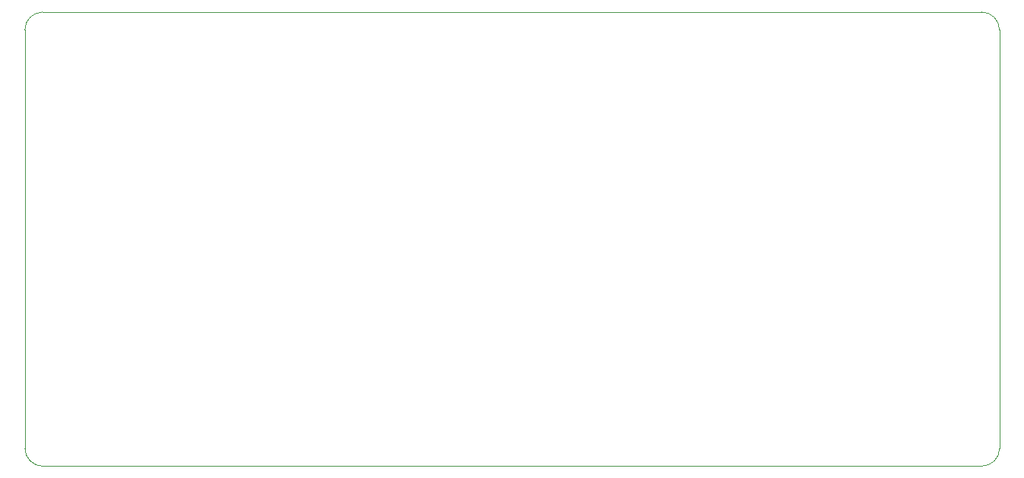
<source format=gbr>
%TF.GenerationSoftware,KiCad,Pcbnew,(6.0.11)*%
%TF.CreationDate,2024-01-03T20:32:58+00:00*%
%TF.ProjectId,LeWiFiModemCase,4c655769-4669-44d6-9f64-656d43617365,rev?*%
%TF.SameCoordinates,Original*%
%TF.FileFunction,Profile,NP*%
%FSLAX46Y46*%
G04 Gerber Fmt 4.6, Leading zero omitted, Abs format (unit mm)*
G04 Created by KiCad (PCBNEW (6.0.11)) date 2024-01-03 20:32:58*
%MOMM*%
%LPD*%
G01*
G04 APERTURE LIST*
%TA.AperFunction,Profile*%
%ADD10C,0.100000*%
%TD*%
G04 APERTURE END LIST*
D10*
X95887500Y-109195000D02*
G75*
G03*
X97887500Y-111195000I2000000J0D01*
G01*
X97877500Y-60515000D02*
G75*
G03*
X95877500Y-62515000I0J-2000000D01*
G01*
X204507500Y-62515000D02*
X204517500Y-109195000D01*
X95887500Y-109195000D02*
X95877500Y-62515000D01*
X202517500Y-111195000D02*
G75*
G03*
X204517500Y-109195000I0J2000000D01*
G01*
X97877500Y-60515000D02*
X202507500Y-60515000D01*
X202517500Y-111195000D02*
X97887500Y-111195000D01*
X204507500Y-62515000D02*
G75*
G03*
X202507500Y-60515000I-2000000J0D01*
G01*
M02*

</source>
